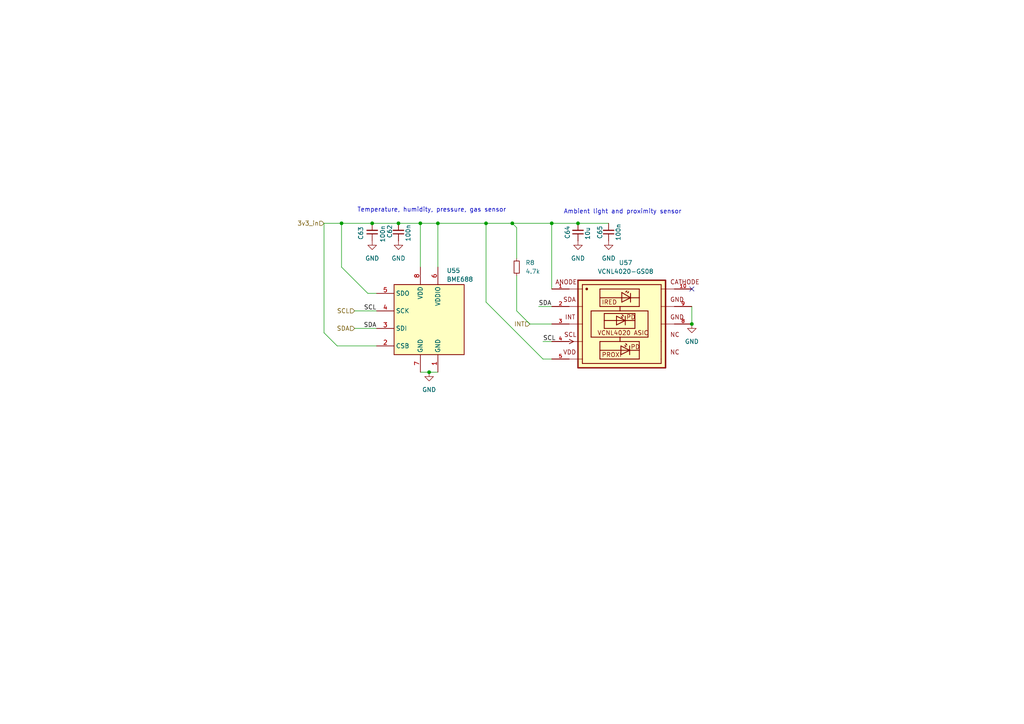
<source format=kicad_sch>
(kicad_sch (version 20250114) (generator "eeschema") (generator_version "9.0")
  (paper "A4")
  (title_block (title "QNOB") (date "2025-04-17") (rev "0.5") (company "12M Design") (comment 1 "Alper Basaran"))
  (lib_symbols
    (symbol "Device:C_Small" (pin_numbers (hide yes)) (pin_names (offset 0.254) (hide yes))
      (property "Reference" "C" (at 0.254 1.778 0))
      (property "Value" "C_Small" (at 0.254 -2.032 0))
      (symbol "C_Small_0_1"
        (polyline (pts (xy -1.524 0.508) (xy 1.524 0.508)) (stroke (width 0.3048)))
        (polyline (pts (xy -1.524 -0.508) (xy 1.524 -0.508)) (stroke (width 0.3302)))
      )
      (symbol "C_Small_1_1"
        (pin passive line (at 0 2.54 270) (length 2.032) (name "~") (number "1"))
        (pin passive line (at 0 -2.54 90) (length 2.032) (name "~") (number "2"))
      )
    )
    (symbol "Device:R_Small" (pin_numbers (hide yes)) (pin_names (offset 0.254) (hide yes))
      (property "Reference" "R" (at 0.762 0.508 0))
      (property "Value" "R_Small" (at 0.762 -1.016 0))
      (symbol "R_Small_0_1"
        (rectangle (start -0.762 1.778) (end 0.762 -1.778) (stroke (width 0.2032)))
      )
      (symbol "R_Small_1_1"
        (pin passive line (at 0 2.54 270) (length 0.762) (name "~") (number "1"))
        (pin passive line (at 0 -2.54 90) (length 0.762) (name "~") (number "2"))
      )
    )
    (symbol "Sensor:BME680"
      (property "Reference" "U" (at -8.89 11.43 0))
      (property "Value" "BME680" (at 7.62 11.43 0))
      (symbol "BME680_0_1"
        (rectangle (start -10.16 10.16) (end 10.16 -10.16) (stroke (width 0.254)) (fill (type background)))
      )
      (symbol "BME680_1_1"
        (pin power_in line (at -2.54 15.24 270) (length 5.08) (name "VDDIO") (number "6"))
        (pin power_in line (at -2.54 -15.24 90) (length 5.08) (name "GND") (number "1"))
        (pin power_in line (at 2.54 15.24 270) (length 5.08) (name "VDD") (number "8"))
        (pin power_in line (at 2.54 -15.24 90) (length 5.08) (name "GND") (number "7"))
        (pin bidirectional line (at 15.24 7.62 180) (length 5.08) (name "SDO") (number "5"))
        (pin input line (at 15.24 2.54 180) (length 5.08) (name "SCK") (number "4"))
        (pin bidirectional line (at 15.24 -2.54 180) (length 5.08) (name "SDI") (number "3"))
        (pin input line (at 15.24 -7.62 180) (length 5.08) (name "CSB") (number "2"))
      )
    )
    (symbol "custom_sensors:VCNL4020-GS08" (pin_names (offset 1.016))
      (property "Reference" "U" (at -5.0883 13.9929 0))
      (property "Value" "VCNL4020-GS08" (at -6.3577 -15.2585 0))
      (symbol "VCNL4020-GS08_0_0"
        (rectangle (start -12.7 -12.7) (end 12.7 12.7) (stroke (width 0.4064)) (fill (type background)))
        (polyline (pts (xy -11.43 11.43) (xy -11.43 10.16)) (stroke (width 0.254)))
        (polyline (pts (xy -11.43 10.16) (xy -20.32 10.16)) (stroke (width 0.1524)))
        (polyline (pts (xy -11.43 10.16) (xy -11.43 5.08)) (stroke (width 0.254)))
        (polyline (pts (xy -11.43 5.08) (xy -20.32 5.08)) (stroke (width 0.1524)))
        (polyline (pts (xy -11.43 5.08) (xy -11.43 0)) (stroke (width 0.254)))
        (polyline (pts (xy -11.43 0) (xy -20.32 0)) (stroke (width 0.1524)))
        (polyline (pts (xy -11.43 0) (xy -11.43 -5.08)) (stroke (width 0.254)))
        (polyline (pts (xy -11.43 -5.08) (xy -20.32 -5.08)) (stroke (width 0.1524)))
        (polyline (pts (xy -11.43 -5.08) (xy -11.43 -10.16)) (stroke (width 0.254)))
        (polyline (pts (xy -11.43 -10.16) (xy -20.32 -10.16)) (stroke (width 0.1524)))
        (polyline (pts (xy -11.43 -10.16) (xy -11.43 -11.43)) (stroke (width 0.254)))
        (polyline (pts (xy -11.43 -11.43) (xy 11.43 -11.43)) (stroke (width 0.254)))
        (circle (center -10.16 10.16) (radius 0.127) (stroke (width 0.254)))
        (circle (center -10.16 10.16) (radius 0.254) (stroke (width 0.254)))
        (polyline (pts (xy -8.89 -3.81) (xy -8.89 3.81)) (stroke (width 0.254)))
        (polyline (pts (xy -8.89 -3.81) (xy -0.508 -3.81)) (stroke (width 0.254)))
        (polyline (pts (xy -6.35 10.16) (xy -6.35 7.62)) (stroke (width 0.254)))
        (polyline (pts (xy -6.35 7.62) (xy -6.35 5.08)) (stroke (width 0.254)))
        (polyline (pts (xy -6.35 7.62) (xy 2.54 7.62)) (stroke (width 0.254)))
        (polyline (pts (xy -6.35 5.08) (xy -0.508 5.08)) (stroke (width 0.254)))
        (polyline (pts (xy -6.35 -5.08) (xy -0.508 -5.08)) (stroke (width 0.254)))
        (polyline (pts (xy -6.35 -7.62) (xy -6.35 -5.08)) (stroke (width 0.254)))
        (polyline (pts (xy -6.35 -10.16) (xy -6.35 -7.62)) (stroke (width 0.254)))
        (polyline (pts (xy -5.08 3.048) (xy -5.08 1.016)) (stroke (width 0.254)))
        (polyline (pts (xy -5.08 1.016) (xy -5.08 -1.27)) (stroke (width 0.254)))
        (polyline (pts (xy -5.08 1.016) (xy 1.016 1.016)) (stroke (width 0.254)))
        (polyline (pts (xy -5.08 -1.27) (xy 3.81 -1.27)) (stroke (width 0.254)))
        (polyline (pts (xy -1.524 2.286) (xy -1.524 -0.254)) (stroke (width 0.254)))
        (polyline (pts (xy -1.524 -0.254) (xy 1.016 1.016)) (stroke (width 0.254)))
        (polyline (pts (xy -0.508 5.08) (xy 5.08 5.08)) (stroke (width 0.254)))
        (polyline (pts (xy -0.508 3.81) (xy -8.89 3.81)) (stroke (width 0.254)))
        (polyline (pts (xy -0.508 3.81) (xy -0.508 5.08)) (stroke (width 0.254)))
        (polyline (pts (xy -0.508 -3.81) (xy -0.508 -5.08)) (stroke (width 0.254)))
        (polyline (pts (xy -0.508 -3.81) (xy 7.62 -3.81)) (stroke (width 0.254)))
        (polyline (pts (xy -0.508 -5.08) (xy 5.08 -5.08)) (stroke (width 0.254)))
        (polyline (pts (xy -0.254 2.286) (xy 0.254 1.778)) (stroke (width 0.127)))
        (polyline (pts (xy -0.254 -6.35) (xy -0.254 -8.89)) (stroke (width 0.254)))
        (polyline (pts (xy -0.254 -8.89) (xy 2.286 -7.62)) (stroke (width 0.254)))
        (polyline (pts (xy -0.127 1.9304) (xy 0.254 1.778)) (stroke (width 0.127)))
        (polyline (pts (xy 0 9.144) (xy 2.54 7.62)) (stroke (width 0.254)))
        (polyline (pts (xy 0 6.35) (xy 0 9.144)) (stroke (width 0.254)))
        (polyline (pts (xy 0 2.794) (xy 0.508 2.286)) (stroke (width 0.127)))
        (polyline (pts (xy 0.1016 2.1336) (xy -0.127 1.9304)) (stroke (width 0.127)))
        (polyline (pts (xy 0.127 2.4384) (xy 0.508 2.286)) (stroke (width 0.127)))
        (polyline (pts (xy 0.254 1.778) (xy 0.1016 2.1336)) (stroke (width 0.127)))
        (polyline (pts (xy 0.3556 2.6416) (xy 0.127 2.4384)) (stroke (width 0.127)))
        (polyline (pts (xy 0.508 2.286) (xy 0.3556 2.6416)) (stroke (width 0.127)))
        (polyline (pts (xy 0.762 -6.096) (xy 1.27 -6.604)) (stroke (width 0.127)))
        (polyline (pts (xy 0.889 -6.4516) (xy 1.27 -6.604)) (stroke (width 0.127)))
        (polyline (pts (xy 1.016 9.144) (xy 1.524 9.652)) (stroke (width 0.127)))
        (polyline (pts (xy 1.016 1.016) (xy -1.524 2.286)) (stroke (width 0.254)))
        (polyline (pts (xy 1.016 1.016) (xy 1.016 2.286)) (stroke (width 0.254)))
        (polyline (pts (xy 1.016 1.016) (xy 3.81 1.016)) (stroke (width 0.254)))
        (polyline (pts (xy 1.016 -0.254) (xy 1.016 1.016)) (stroke (width 0.254)))
        (polyline (pts (xy 1.016 -5.588) (xy 1.524 -6.096)) (stroke (width 0.127)))
        (polyline (pts (xy 1.1176 -6.2484) (xy 0.889 -6.4516)) (stroke (width 0.127)))
        (polyline (pts (xy 1.143 -5.9436) (xy 1.524 -6.096)) (stroke (width 0.127)))
        (polyline (pts (xy 1.1684 9.4996) (xy 1.3716 9.271)) (stroke (width 0.127)))
        (polyline (pts (xy 1.27 -6.604) (xy 1.1176 -6.2484)) (stroke (width 0.127)))
        (polyline (pts (xy 1.3716 9.271) (xy 1.524 9.652)) (stroke (width 0.127)))
        (polyline (pts (xy 1.3716 -5.7404) (xy 1.143 -5.9436)) (stroke (width 0.127)))
        (polyline (pts (xy 1.524 9.652) (xy 1.1684 9.4996)) (stroke (width 0.127)))
        (polyline (pts (xy 1.524 8.89) (xy 2.032 9.398)) (stroke (width 0.127)))
        (polyline (pts (xy 1.524 -6.096) (xy 1.3716 -5.7404)) (stroke (width 0.127)))
        (polyline (pts (xy 1.6764 9.2456) (xy 1.8796 9.017)) (stroke (width 0.127)))
        (polyline (pts (xy 1.8796 9.017) (xy 2.032 9.398)) (stroke (width 0.127)))
        (polyline (pts (xy 2.032 9.398) (xy 1.6764 9.2456)) (stroke (width 0.127)))
        (polyline (pts (xy 2.286 -7.62) (xy -6.35 -7.62)) (stroke (width 0.254)))
        (polyline (pts (xy 2.286 -7.62) (xy -0.254 -6.35)) (stroke (width 0.254)))
        (polyline (pts (xy 2.286 -7.62) (xy 2.286 -6.35)) (stroke (width 0.254)))
        (polyline (pts (xy 2.286 -8.89) (xy 2.286 -7.62)) (stroke (width 0.254)))
        (polyline (pts (xy 2.54 7.62) (xy 0 6.35)) (stroke (width 0.254)))
        (polyline (pts (xy 2.54 7.62) (xy 2.54 8.89)) (stroke (width 0.254)))
        (polyline (pts (xy 2.54 7.62) (xy 2.54 6.35)) (stroke (width 0.254)))
        (polyline (pts (xy 2.54 7.62) (xy 5.08 7.62)) (stroke (width 0.254)))
        (polyline (pts (xy 3.81 3.048) (xy -5.08 3.048)) (stroke (width 0.254)))
        (polyline (pts (xy 3.81 1.016) (xy 3.81 3.048)) (stroke (width 0.254)))
        (polyline (pts (xy 3.81 -1.27) (xy 3.81 1.016)) (stroke (width 0.254)))
        (polyline (pts (xy 5.08 10.16) (xy -6.35 10.16)) (stroke (width 0.254)))
        (polyline (pts (xy 5.08 7.62) (xy 5.08 10.16)) (stroke (width 0.254)))
        (polyline (pts (xy 5.08 5.08) (xy 5.08 7.62)) (stroke (width 0.254)))
        (polyline (pts (xy 5.08 -5.08) (xy 5.08 -7.62)) (stroke (width 0.254)))
        (polyline (pts (xy 5.08 -7.62) (xy 2.286 -7.62)) (stroke (width 0.254)))
        (polyline (pts (xy 5.08 -7.62) (xy 5.08 -10.16)) (stroke (width 0.254)))
        (polyline (pts (xy 5.08 -10.16) (xy -6.35 -10.16)) (stroke (width 0.254)))
        (polyline (pts (xy 7.62 3.81) (xy -0.508 3.81)) (stroke (width 0.254)))
        (polyline (pts (xy 7.62 -3.81) (xy 7.62 3.81)) (stroke (width 0.254)))
        (polyline (pts (xy 11.43 11.43) (xy -11.43 11.43)) (stroke (width 0.254)))
        (polyline (pts (xy 11.43 10.16) (xy 11.43 11.43)) (stroke (width 0.254)))
        (polyline (pts (xy 11.43 5.08) (xy 11.43 10.16)) (stroke (width 0.254)))
        (polyline (pts (xy 11.43 0) (xy 11.43 5.08)) (stroke (width 0.254)))
        (polyline (pts (xy 11.43 0) (xy 20.32 0)) (stroke (width 0.1524)))
        (polyline (pts (xy 11.43 -5.08) (xy 11.43 0)) (stroke (width 0.254)))
        (polyline (pts (xy 11.43 -10.16) (xy 11.43 -5.08)) (stroke (width 0.254)))
        (polyline (pts (xy 11.43 -11.43) (xy 11.43 -10.16)) (stroke (width 0.254)))
        (polyline (pts (xy 20.32 10.16) (xy 11.43 10.16)) (stroke (width 0.1524)))
        (polyline (pts (xy 20.32 5.08) (xy 11.43 5.08)) (stroke (width 0.1524)))
        (text "ANODE" (at -19.3248 11.4423 0) (effects (font (size 1.2714 1.2714)) (justify left bottom)))
        (text "SDA" (at -17.046 6.3605 0) (effects (font (size 1.2721 1.2721)) (justify left bottom)))
        (text "VDD" (at -17.0444 -8.9038 0) (effects (font (size 1.272 1.272)) (justify left bottom)))
        (text "SCL" (at -16.7812 -3.8139 0) (effects (font (size 1.2713 1.2713)) (justify left bottom)))
        (text "INT" (at -16.5173 1.2706 0) (effects (font (size 1.2706 1.2706)) (justify left bottom)))
        (text "VCNL4020 ASIC" (at -7.1173 -3.3045 0) (effects (font (size 1.2709 1.2709)) (justify left bottom)))
        (text "PROXI" (at -5.8489 -9.6634 0) (effects (font (size 1.2715 1.2715)) (justify left bottom)))
        (text "IRED" (at -5.848 5.5937 0) (effects (font (size 1.2713 1.2713)) (justify left bottom)))
        (text "PD" (at 1.2701 1.2701 0) (effects (font (size 1.2701 1.2701)) (justify left bottom)))
        (text "PD" (at 2.5403 -7.3667 0) (effects (font (size 1.2701 1.2701)) (justify left bottom)))
        (text "NC" (at 13.984 -8.8989 0) (effects (font (size 1.2713 1.2713)) (justify left bottom)))
        (text "GND" (at 13.9891 1.2717 0) (effects (font (size 1.2717 1.2717)) (justify left bottom)))
        (text "GND" (at 13.9904 6.3593 0) (effects (font (size 1.2719 1.2719)) (justify left bottom)))
        (text "CATHODE" (at 13.9946 11.4501 0) (effects (font (size 1.2722 1.2722)) (justify left bottom)))
        (text "NC" (at 13.9946 -3.8167 0) (effects (font (size 1.2722 1.2722)) (justify left bottom)))
        (pin passive line (at -20.32 10.16 0) (length 5.08) (name "~") (number "1"))
        (pin bidirectional line (at -20.32 5.08 0) (length 5.08) (name "~") (number "2"))
        (pin output line (at -20.32 0 0) (length 5.08) (name "~") (number "3"))
        (pin input clock (at -20.32 -5.08 0) (length 5.08) (name "~") (number "4"))
        (pin power_in line (at -20.32 -10.16 0) (length 5.08) (name "~") (number "5"))
        (pin passive line (at 20.32 10.16 180) (length 5.08) (name "~") (number "10"))
        (pin power_in line (at 20.32 5.08 180) (length 5.08) (name "~") (number "9"))
        (pin power_in line (at 20.32 0 180) (length 5.08) (name "~") (number "8"))
      )
    )
    (symbol "power:GND" (power) (pin_numbers (hide yes)) (pin_names (offset 0) (hide yes))
      (property "Value" "GND" (at 0 -3.81 0))
      (symbol "GND_0_1"
        (polyline (pts (xy 0 0) (xy 0 -1.27) (xy 1.27 -1.27) (xy 0 -2.54) (xy -1.27 -1.27) (xy 0 -1.27)))
      )
      (symbol "GND_1_1"
        (pin power_in line (at 0 0 270) (length 0) (name "~") (number "1"))
      )
    )
  )
  (text "Ambient light and proximity sensor" (at 180.594 61.468 0) (effects (font (size 1.27 1.27))))
  (text "Temperature, humidity, pressure, gas sensor" (at 125.222 60.96 0) (effects (font (size 1.27 1.27))))
  (junction (at 127 64.77))
  (junction (at 167.64 64.77))
  (junction (at 99.06 64.77))
  (junction (at 160.02 64.77))
  (junction (at 148.59 64.77))
  (junction (at 121.92 64.77))
  (junction (at 115.57 64.77))
  (junction (at 124.46 107.95))
  (junction (at 200.66 93.98))
  (junction (at 140.97 64.77))
  (junction (at 107.95 64.77))
  (no_connect (at 200.66 83.82))
  (wire (pts (xy 102.87 95.25) (xy 109.22 95.25)))
  (wire (pts (xy 107.95 64.77) (xy 115.57 64.77)))
  (wire (pts (xy 160.02 64.77) (xy 160.02 83.82)))
  (wire (pts (xy 167.64 64.77) (xy 176.53 64.77)))
  (wire (pts (xy 106.68 85.09) (xy 109.22 85.09)))
  (wire (pts (xy 121.92 107.95) (xy 124.46 107.95)))
  (wire (pts (xy 106.68 85.09) (xy 99.06 77.47)))
  (wire (pts (xy 140.97 64.77) (xy 148.59 64.77)))
  (wire (pts (xy 99.06 64.77) (xy 99.06 77.47)))
  (wire (pts (xy 127 64.77) (xy 127 77.47)))
  (wire (pts (xy 109.22 100.33) (xy 97.79 100.33)))
  (wire (pts (xy 140.97 87.63) (xy 157.48 104.14)))
  (wire (pts (xy 149.86 90.17) (xy 153.67 93.98)))
  (wire (pts (xy 160.02 104.14) (xy 157.48 104.14)))
  (wire (pts (xy 93.98 64.77) (xy 99.06 64.77)))
  (wire (pts (xy 99.06 64.77) (xy 107.95 64.77)))
  (wire (pts (xy 124.46 107.95) (xy 127 107.95)))
  (wire (pts (xy 148.59 64.77) (xy 160.02 64.77)))
  (wire (pts (xy 97.79 100.33) (xy 93.98 96.52)))
  (wire (pts (xy 121.92 64.77) (xy 127 64.77)))
  (wire (pts (xy 156.21 88.9) (xy 160.02 88.9)))
  (wire (pts (xy 121.92 64.77) (xy 121.92 77.47)))
  (wire (pts (xy 157.48 99.06) (xy 160.02 99.06)))
  (wire (pts (xy 149.86 66.04) (xy 148.59 64.77)))
  (wire (pts (xy 149.86 74.93) (xy 149.86 66.04)))
  (wire (pts (xy 140.97 64.77) (xy 140.97 87.63)))
  (wire (pts (xy 102.87 90.17) (xy 109.22 90.17)))
  (wire (pts (xy 115.57 64.77) (xy 121.92 64.77)))
  (wire (pts (xy 200.66 88.9) (xy 200.66 93.98)))
  (wire (pts (xy 153.67 93.98) (xy 160.02 93.98)))
  (wire (pts (xy 93.98 64.77) (xy 93.98 96.52)))
  (wire (pts (xy 127 64.77) (xy 140.97 64.77)))
  (wire (pts (xy 160.02 64.77) (xy 167.64 64.77)))
  (wire (pts (xy 149.86 80.01) (xy 149.86 90.17)))
  (label "SDA" (at 156.21 88.9 0))
  (label "SDA" (at 109.22 95.25 180))
  (label "SCL" (at 157.48 99.06 0))
  (label "SCL" (at 109.22 90.17 180))
  (hierarchical_label "INT" (shape input) (at 153.67 93.98 180))
  (hierarchical_label "3v3_in" (shape input) (at 93.98 64.77 180))
  (hierarchical_label "SCL" (shape input) (at 102.87 90.17 180))
  (hierarchical_label "SDA" (shape input) (at 102.87 95.25 180))
  (symbol (lib_id "power:GND") (at 167.64 69.85 0) (unit 1)
    (property "Reference" "#PWR071" (effects (hide yes)))
    (property "Value" "GND" (at 167.64 74.93 0))
    (property "Description" "Power symbol creates a global label with name \"GND\" , ground" (effects (hide yes)))
  )
  (symbol (lib_id "Device:C_Small") (at 176.53 67.31 180) (unit 1)
    (property "Reference" "C65" (at 173.99 69.342 90) (effects (justify right)))
    (property "Value" "100n" (at 179.324 69.85 90) (effects (justify right)))
    (property "Footprint" "Capacitor_SMD:C_0603_1608Metric_Pad1.08x0.95mm_HandSolder" (effects (hide yes)))
    (property "Description" "Unpolarized capacitor, small symbol" (effects (hide yes)))
  )
  (symbol (lib_id "power:GND") (at 107.95 69.85 0) (unit 1)
    (property "Reference" "#PWR073" (effects (hide yes)))
    (property "Value" "GND" (at 107.95 74.93 0))
    (property "Description" "Power symbol creates a global label with name \"GND\" , ground" (effects (hide yes)))
  )
  (symbol (lib_id "Device:R_Small") (at 149.86 77.47 180) (unit 1)
    (property "Reference" "R8" (at 152.4 76.1999 0) (effects (justify right)))
    (property "Value" "4.7k" (at 152.4 78.7399 0) (effects (justify right)))
    (property "Footprint" "Resistor_SMD:R_0603_1608Metric_Pad0.98x0.95mm_HandSolder" (effects (hide yes)))
  )
  (symbol (lib_id "Device:C_Small") (at 167.64 67.31 180) (unit 1)
    (property "Reference" "C64" (at 164.592 69.342 90) (effects (justify right)))
    (property "Value" "10u" (at 170.434 69.596 90) (effects (justify right)))
    (property "Footprint" "Capacitor_SMD:C_0603_1608Metric_Pad1.08x0.95mm_HandSolder" (effects (hide yes)))
    (property "Description" "Unpolarized capacitor, small symbol" (effects (hide yes)))
  )
  (symbol (lib_id "Device:C_Small") (at 107.95 67.31 180) (unit 1)
    (property "Reference" "C63" (at 104.648 69.596 90) (effects (justify right)))
    (property "Value" "100n" (at 110.998 70.358 90) (effects (justify right)))
    (property "Footprint" "Capacitor_SMD:C_0402_1005Metric" (effects (hide yes)))
    (property "Description" "Unpolarized capacitor, small symbol" (effects (hide yes)))
  )
  (symbol (lib_id "power:GND") (at 176.53 69.85 0) (unit 1)
    (property "Reference" "#PWR072" (effects (hide yes)))
    (property "Value" "GND" (at 176.53 74.93 0))
    (property "Description" "Power symbol creates a global label with name \"GND\" , ground" (effects (hide yes)))
  )
  (symbol (lib_id "power:GND") (at 115.57 69.85 0) (unit 1)
    (property "Reference" "#PWR074" (effects (hide yes)))
    (property "Value" "GND" (at 115.57 74.93 0))
    (property "Description" "Power symbol creates a global label with name \"GND\" , ground" (effects (hide yes)))
  )
  (symbol (lib_id "power:GND") (at 124.46 107.95 0) (unit 1)
    (property "Reference" "#PWR054" (effects (hide yes)))
    (property "Value" "GND" (at 124.46 113.03 0))
    (property "Description" "Power symbol creates a global label with name \"GND\" , ground" (effects (hide yes)))
  )
  (symbol (lib_id "Device:C_Small") (at 115.57 67.31 180) (unit 1)
    (property "Reference" "C62" (at 113.03 69.088 90) (effects (justify right)))
    (property "Value" "100n" (at 118.364 70.104 90) (effects (justify right)))
    (property "Footprint" "Capacitor_SMD:C_0402_1005Metric" (effects (hide yes)))
    (property "Description" "Unpolarized capacitor, small symbol" (effects (hide yes)))
  )
  (symbol (lib_id "Sensor:BME680") (at 124.46 92.71 0) (mirror y) (unit 1)
    (property "Reference" "U55" (at 129.54 78.486 0) (effects (justify right)))
    (property "Value" "BME688" (at 129.54 81.026 0) (effects (justify right)))
    (property "Footprint" "Package_LGA:Bosch_LGA-8_3x3mm_P0.8mm_ClockwisePinNumbering" (effects (hide yes)))
    (property "Datasheet" "https://ae-bst.resource.bosch.com/media/_tech/media/datasheets/BST-BME680-DS001.pdf" (effects (hide yes)))
    (property "Description" "4-in-1 sensor, gas, humidity, pressure, temperature, I2C and SPI interface, 1.71-3.6V, LGA-8" (effects (hide yes)))
  )
  (symbol (lib_id "custom_sensors:VCNL4020-GS08") (at 180.34 93.98 0) (unit 1)
    (property "Reference" "U57" (at 181.4609 76.2 0))
    (property "Value" "VCNL4020-GS08" (at 181.4609 78.74 0))
    (property "Footprint" "custom:PHODET_VCNL4020" (effects (hide yes)))
    (property "MF" "Vishay Semiconductor" (effects (hide yes)))
    (property "Description_1" "Optical Sensor Ambient - I²C 10-VDFN" (effects (hide yes)))
    (property "Package" "VDFN-10 Vishay" (effects (hide yes)))
    (property "Price" "None" (effects (hide yes)))
    (property "Check_prices" "https://www.snapeda.com/parts/VCNL4020-GS08/Vishay/view-part/?ref=eda" (effects (hide yes)))
    (property "SnapEDA_Link" "https://www.snapeda.com/parts/VCNL4020-GS08/Vishay/view-part/?ref=snap" (effects (hide yes)))
    (property "MP" "VCNL4020-GS08" (effects (hide yes)))
    (property "Availability" "In Stock" (effects (hide yes)))
    (property "MANUFACTURER" "Vishay" (effects (hide yes)))
  )
  (symbol (lib_id "power:GND") (at 200.66 93.98 0) (unit 1)
    (property "Reference" "#PWR01" (effects (hide yes)))
    (property "Value" "GND" (at 200.66 99.06 0))
    (property "Description" "Power symbol creates a global label with name \"GND\" , ground" (effects (hide yes)))
  )
)
</source>
